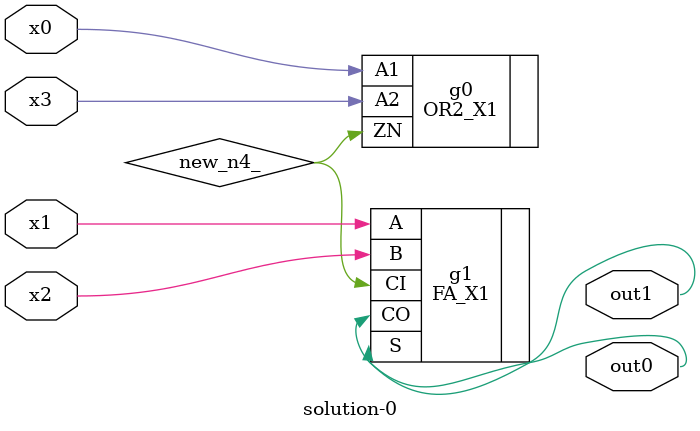
<source format=v>
module \solution-0 (
  x0, x1, x2, x3,
  out0, out1 );
  input x0, x1, x2, x3;
  output out0, out1;
  wire new_n4_;
  OR2_X1  g0(.A1(x0), .A2(x3), .ZN(new_n4_));
  FA_X1  g1(.A(x1), .B(x2), .CI(new_n4_), .CO(out1), .S(out0));
endmodule

</source>
